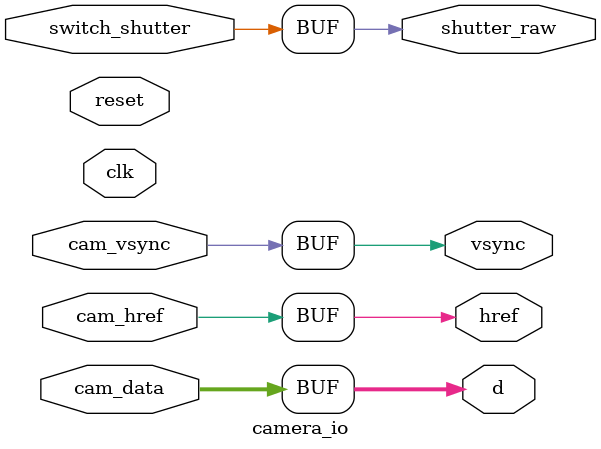
<source format=sv>
module camera_io (
  input logic       clk,         // 25 MHz PLL
  input  logic        reset,       // active‐high synchronous reset

  input  logic        cam_href,    // row‐valid from camera
  input  logic        cam_vsync,   // frame‐valid from camera
  input  logic [7:0]  cam_data,    // one byte of RGB565 per cycle
  input logic         switch_shutter,

  output logic       href,    // row‐valid to FPGA
  output logic       vsync,   // frame‐valid to FPGA
  output logic [7:0] d,    // one byte of RGB565 to FPGA
  output logic       shutter_raw
    );
    assign shutter_raw = switch_shutter;
    assign d = cam_data;
    assign href = cam_href;
    assign vsync = cam_vsync;
endmodule
</source>
